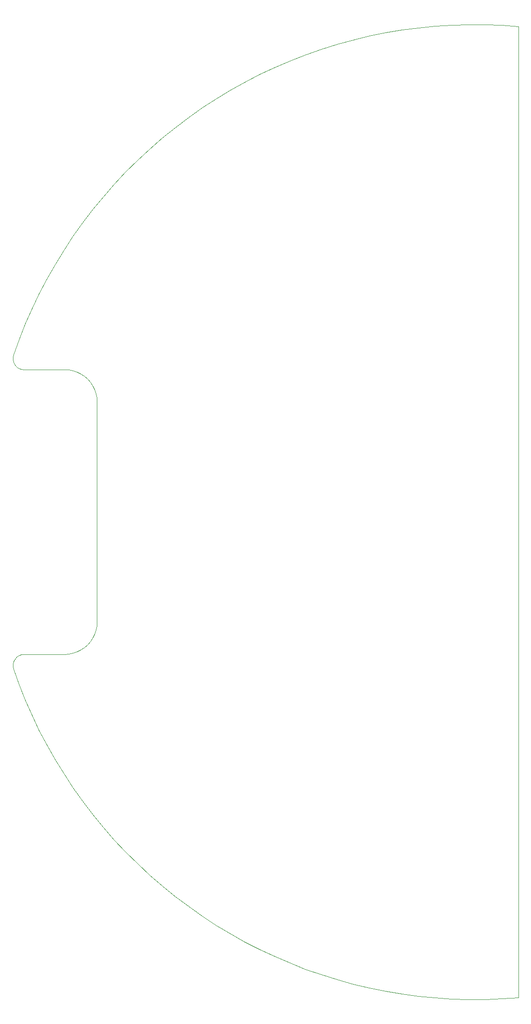
<source format=gm1>
G04 Layer_Color=8388736*
%FSLAX25Y25*%
%MOIN*%
G70*
G01*
G75*
%ADD102C,0.00394*%
D102*
X-54568Y-31880D02*
X-50521Y-20610D01*
X-46091Y-9484D01*
X-41283Y1483D01*
X-36104Y12280D01*
X-30558Y22894D01*
X-24654Y33312D01*
X-18396Y43522D01*
X-11794Y53512D01*
X-4854Y63271D01*
X2416Y72786D01*
X10006Y82049D01*
X17909Y91046D01*
X26114Y99768D01*
X34613Y108204D01*
X43394Y116345D01*
X52449Y124181D01*
X61767Y131704D01*
X71336Y138903D01*
X81145Y145772D01*
X91184Y152301D01*
X101439Y158483D01*
X111900Y164311D01*
X122554Y169779D01*
X133388Y174879D01*
X144391Y179606D01*
X155548Y183954D01*
X166848Y187918D01*
X178277Y191495D01*
X189821Y194678D01*
X201467Y197465D01*
X213201Y199852D01*
X225010Y201837D01*
X236881Y203418D01*
X248798Y204592D01*
X260748Y205358D01*
X272718Y205715D01*
X284693Y205663D01*
X296659Y205202D01*
X308602Y204332D01*
Y-493633D02*
Y204332D01*
X296659Y-494502D02*
X308602Y-493633D01*
X284693Y-494964D02*
X296659Y-494502D01*
X272718Y-495015D02*
X284693Y-494964D01*
X260748Y-494658D02*
X272718Y-495015D01*
X248798Y-493892D02*
X260748Y-494658D01*
X236881Y-492718D02*
X248798Y-493892D01*
X225010Y-491138D02*
X236881Y-492718D01*
X213201Y-489153D02*
X225010Y-491138D01*
X201467Y-486765D02*
X213201Y-489153D01*
X189821Y-483978D02*
X201467Y-486765D01*
X178277Y-480795D02*
X189821Y-483978D01*
X166848Y-477219D02*
X178277Y-480795D01*
X155548Y-473254D02*
X166848Y-477219D01*
X144391Y-468906D02*
X155548Y-473254D01*
X133388Y-464179D02*
X144391Y-468906D01*
X122554Y-459079D02*
X133388Y-464179D01*
X111900Y-453612D02*
X122554Y-459079D01*
X101439Y-447784D02*
X111900Y-453612D01*
X91184Y-441601D02*
X101439Y-447784D01*
X81145Y-435072D02*
X91184Y-441601D01*
X71336Y-428204D02*
X81145Y-435072D01*
X61767Y-421004D02*
X71336Y-428204D01*
X52449Y-413482D02*
X61767Y-421004D01*
X43394Y-405646D02*
X52449Y-413482D01*
X34613Y-397505D02*
X43394Y-405646D01*
X26114Y-389068D02*
X34613Y-397505D01*
X17909Y-380346D02*
X26114Y-389068D01*
X10006Y-371349D02*
X17909Y-380346D01*
X2416Y-362087D02*
X10006Y-371349D01*
X-4854Y-352571D02*
X2416Y-362087D01*
X-11794Y-342812D02*
X-4854Y-352571D01*
X-18396Y-332822D02*
X-11794Y-342812D01*
X-24654Y-322612D02*
X-18396Y-332822D01*
X-30558Y-312194D02*
X-24654Y-322612D01*
X-36104Y-301581D02*
X-30558Y-312194D01*
X-41283Y-290784D02*
X-36104Y-301581D01*
X-46091Y-279816D02*
X-41283Y-290784D01*
X-50521Y-268691D02*
X-46091Y-279816D01*
X-54568Y-257421D02*
X-50521Y-268691D01*
X-54933Y-255803D02*
X-54568Y-257421D01*
X-54952Y-254146D02*
X-54933Y-255803D01*
X-54952Y-254146D02*
X-54623Y-252521D01*
X-53961Y-251001D01*
X-52996Y-249653D01*
X-51770Y-248537D01*
X-50337Y-247703D01*
X-48761Y-247187D01*
X-47113Y-247012D01*
X-18093D01*
X-15009Y-246810D01*
X-11979Y-246207D01*
X-9053Y-245214D01*
X-6282Y-243848D01*
X-3712Y-242131D01*
X-1389Y-240094D01*
X648Y-237771D01*
X2365Y-235202D01*
X3731Y-232430D01*
X4725Y-229504D01*
X5327Y-226474D01*
X5529Y-223390D01*
Y-65910D01*
X5327Y-62827D02*
X5529Y-65910D01*
X4725Y-59796D02*
X5327Y-62827D01*
X3731Y-56870D02*
X4725Y-59796D01*
X2365Y-54099D02*
X3731Y-56870D01*
X648Y-51530D02*
X2365Y-54099D01*
X-1389Y-49207D02*
X648Y-51530D01*
X-3712Y-47170D02*
X-1389Y-49207D01*
X-6282Y-45453D02*
X-3712Y-47170D01*
X-9053Y-44086D02*
X-6282Y-45453D01*
X-11979Y-43093D02*
X-9053Y-44086D01*
X-15009Y-42490D02*
X-11979Y-43093D01*
X-18093Y-42288D02*
X-15009Y-42490D01*
X-47113Y-42288D02*
X-18093D01*
X-48761Y-42114D02*
X-47113Y-42288D01*
X-50337Y-41598D02*
X-48761Y-42114D01*
X-51770Y-40763D02*
X-50337Y-41598D01*
X-52996Y-39647D02*
X-51770Y-40763D01*
X-53961Y-38300D02*
X-52996Y-39647D01*
X-54623Y-36780D02*
X-53961Y-38300D01*
X-54952Y-35155D02*
X-54623Y-36780D01*
X-54952Y-35155D02*
X-54933Y-33497D01*
X-54568Y-31880D01*
M02*

</source>
